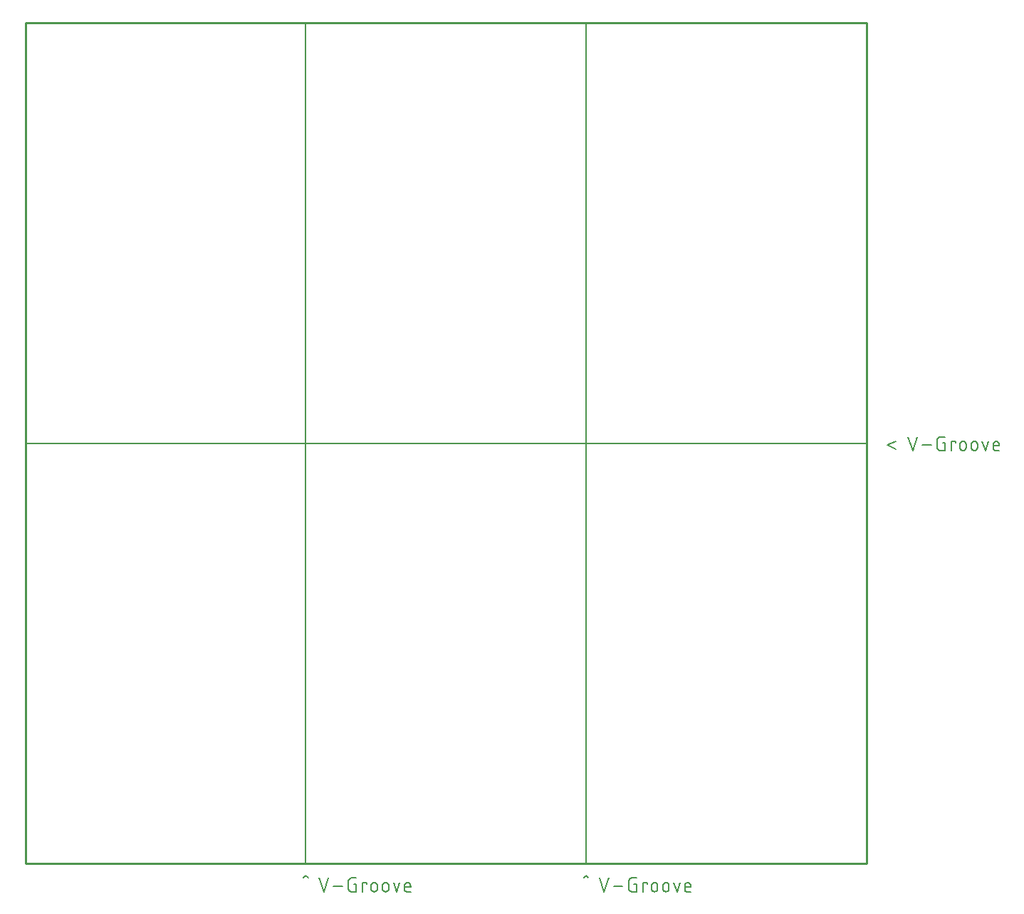
<source format=gbr>
G04 EAGLE Gerber RS-274X export*
G75*
%MOMM*%
%FSLAX34Y34*%
%LPD*%
%AMOC8*
5,1,8,0,0,1.08239X$1,22.5*%
G01*
%ADD10C,0.152400*%
%ADD11C,0.254000*%


D10*
X330632Y-16363D02*
X333341Y-13654D01*
X336050Y-16363D01*
X349285Y-16815D02*
X354704Y-33071D01*
X360122Y-16815D01*
X365958Y-26749D02*
X376796Y-26749D01*
X390378Y-24040D02*
X393087Y-24040D01*
X393087Y-33071D01*
X387668Y-33071D01*
X387668Y-33070D02*
X387550Y-33068D01*
X387432Y-33062D01*
X387314Y-33053D01*
X387197Y-33039D01*
X387080Y-33022D01*
X386963Y-33001D01*
X386848Y-32976D01*
X386733Y-32947D01*
X386619Y-32914D01*
X386507Y-32878D01*
X386396Y-32838D01*
X386286Y-32795D01*
X386177Y-32748D01*
X386070Y-32698D01*
X385965Y-32643D01*
X385862Y-32586D01*
X385761Y-32525D01*
X385661Y-32461D01*
X385564Y-32394D01*
X385469Y-32324D01*
X385377Y-32250D01*
X385286Y-32174D01*
X385199Y-32094D01*
X385114Y-32012D01*
X385032Y-31927D01*
X384952Y-31840D01*
X384876Y-31749D01*
X384802Y-31657D01*
X384732Y-31562D01*
X384665Y-31465D01*
X384601Y-31365D01*
X384540Y-31264D01*
X384483Y-31161D01*
X384428Y-31056D01*
X384378Y-30949D01*
X384331Y-30840D01*
X384288Y-30730D01*
X384248Y-30619D01*
X384212Y-30507D01*
X384179Y-30393D01*
X384150Y-30278D01*
X384125Y-30163D01*
X384104Y-30046D01*
X384087Y-29929D01*
X384073Y-29812D01*
X384064Y-29694D01*
X384058Y-29576D01*
X384056Y-29458D01*
X384056Y-20427D01*
X384055Y-20427D02*
X384057Y-20309D01*
X384063Y-20191D01*
X384072Y-20073D01*
X384086Y-19955D01*
X384103Y-19838D01*
X384124Y-19722D01*
X384149Y-19607D01*
X384178Y-19492D01*
X384211Y-19378D01*
X384247Y-19266D01*
X384287Y-19154D01*
X384330Y-19044D01*
X384377Y-18936D01*
X384428Y-18829D01*
X384482Y-18724D01*
X384539Y-18621D01*
X384600Y-18519D01*
X384664Y-18420D01*
X384731Y-18323D01*
X384802Y-18228D01*
X384875Y-18135D01*
X384952Y-18045D01*
X385031Y-17957D01*
X385113Y-17872D01*
X385198Y-17790D01*
X385286Y-17711D01*
X385376Y-17634D01*
X385469Y-17561D01*
X385563Y-17490D01*
X385661Y-17423D01*
X385760Y-17359D01*
X385861Y-17298D01*
X385965Y-17241D01*
X386070Y-17187D01*
X386177Y-17136D01*
X386285Y-17089D01*
X386395Y-17046D01*
X386507Y-17006D01*
X386619Y-16970D01*
X386733Y-16937D01*
X386848Y-16908D01*
X386963Y-16883D01*
X387079Y-16862D01*
X387196Y-16845D01*
X387314Y-16831D01*
X387432Y-16822D01*
X387550Y-16816D01*
X387668Y-16814D01*
X387668Y-16815D02*
X393087Y-16815D01*
X400675Y-22234D02*
X400675Y-33071D01*
X400675Y-22234D02*
X406094Y-22234D01*
X406094Y-24040D01*
X411011Y-25846D02*
X411011Y-29458D01*
X411012Y-25846D02*
X411014Y-25727D01*
X411020Y-25607D01*
X411030Y-25488D01*
X411044Y-25370D01*
X411061Y-25251D01*
X411083Y-25134D01*
X411108Y-25017D01*
X411138Y-24902D01*
X411171Y-24787D01*
X411208Y-24673D01*
X411248Y-24561D01*
X411293Y-24450D01*
X411341Y-24341D01*
X411392Y-24233D01*
X411447Y-24127D01*
X411506Y-24023D01*
X411568Y-23921D01*
X411633Y-23821D01*
X411702Y-23723D01*
X411774Y-23627D01*
X411849Y-23534D01*
X411926Y-23444D01*
X412007Y-23356D01*
X412091Y-23271D01*
X412178Y-23189D01*
X412267Y-23109D01*
X412359Y-23033D01*
X412453Y-22959D01*
X412550Y-22889D01*
X412648Y-22822D01*
X412749Y-22758D01*
X412853Y-22698D01*
X412958Y-22641D01*
X413065Y-22588D01*
X413173Y-22538D01*
X413283Y-22492D01*
X413395Y-22450D01*
X413508Y-22411D01*
X413622Y-22376D01*
X413737Y-22345D01*
X413854Y-22317D01*
X413971Y-22294D01*
X414088Y-22274D01*
X414207Y-22258D01*
X414326Y-22246D01*
X414445Y-22238D01*
X414564Y-22234D01*
X414684Y-22234D01*
X414803Y-22238D01*
X414922Y-22246D01*
X415041Y-22258D01*
X415160Y-22274D01*
X415277Y-22294D01*
X415394Y-22317D01*
X415511Y-22345D01*
X415626Y-22376D01*
X415740Y-22411D01*
X415853Y-22450D01*
X415965Y-22492D01*
X416075Y-22538D01*
X416183Y-22588D01*
X416290Y-22641D01*
X416395Y-22698D01*
X416499Y-22758D01*
X416600Y-22822D01*
X416698Y-22889D01*
X416795Y-22959D01*
X416889Y-23033D01*
X416981Y-23109D01*
X417070Y-23189D01*
X417157Y-23271D01*
X417241Y-23356D01*
X417322Y-23444D01*
X417399Y-23534D01*
X417474Y-23627D01*
X417546Y-23723D01*
X417615Y-23821D01*
X417680Y-23921D01*
X417742Y-24023D01*
X417801Y-24127D01*
X417856Y-24233D01*
X417907Y-24341D01*
X417955Y-24450D01*
X418000Y-24561D01*
X418040Y-24673D01*
X418077Y-24787D01*
X418110Y-24902D01*
X418140Y-25017D01*
X418165Y-25134D01*
X418187Y-25251D01*
X418204Y-25370D01*
X418218Y-25488D01*
X418228Y-25607D01*
X418234Y-25727D01*
X418236Y-25846D01*
X418236Y-29458D01*
X418234Y-29577D01*
X418228Y-29697D01*
X418218Y-29816D01*
X418204Y-29934D01*
X418187Y-30053D01*
X418165Y-30170D01*
X418140Y-30287D01*
X418110Y-30402D01*
X418077Y-30517D01*
X418040Y-30631D01*
X418000Y-30743D01*
X417955Y-30854D01*
X417907Y-30963D01*
X417856Y-31071D01*
X417801Y-31177D01*
X417742Y-31281D01*
X417680Y-31383D01*
X417615Y-31483D01*
X417546Y-31581D01*
X417474Y-31677D01*
X417399Y-31770D01*
X417322Y-31860D01*
X417241Y-31948D01*
X417157Y-32033D01*
X417070Y-32115D01*
X416981Y-32195D01*
X416889Y-32271D01*
X416795Y-32345D01*
X416698Y-32415D01*
X416600Y-32482D01*
X416499Y-32546D01*
X416395Y-32606D01*
X416290Y-32663D01*
X416183Y-32716D01*
X416075Y-32766D01*
X415965Y-32812D01*
X415853Y-32854D01*
X415740Y-32893D01*
X415626Y-32928D01*
X415511Y-32959D01*
X415394Y-32987D01*
X415277Y-33010D01*
X415160Y-33030D01*
X415041Y-33046D01*
X414922Y-33058D01*
X414803Y-33066D01*
X414684Y-33070D01*
X414564Y-33070D01*
X414445Y-33066D01*
X414326Y-33058D01*
X414207Y-33046D01*
X414088Y-33030D01*
X413971Y-33010D01*
X413854Y-32987D01*
X413737Y-32959D01*
X413622Y-32928D01*
X413508Y-32893D01*
X413395Y-32854D01*
X413283Y-32812D01*
X413173Y-32766D01*
X413065Y-32716D01*
X412958Y-32663D01*
X412853Y-32606D01*
X412749Y-32546D01*
X412648Y-32482D01*
X412550Y-32415D01*
X412453Y-32345D01*
X412359Y-32271D01*
X412267Y-32195D01*
X412178Y-32115D01*
X412091Y-32033D01*
X412007Y-31948D01*
X411926Y-31860D01*
X411849Y-31770D01*
X411774Y-31677D01*
X411702Y-31581D01*
X411633Y-31483D01*
X411568Y-31383D01*
X411506Y-31281D01*
X411447Y-31177D01*
X411392Y-31071D01*
X411341Y-30963D01*
X411293Y-30854D01*
X411248Y-30743D01*
X411208Y-30631D01*
X411171Y-30517D01*
X411138Y-30402D01*
X411108Y-30287D01*
X411083Y-30170D01*
X411061Y-30053D01*
X411044Y-29934D01*
X411030Y-29816D01*
X411020Y-29697D01*
X411014Y-29577D01*
X411012Y-29458D01*
X424558Y-29458D02*
X424558Y-25846D01*
X424559Y-25846D02*
X424561Y-25727D01*
X424567Y-25607D01*
X424577Y-25488D01*
X424591Y-25370D01*
X424608Y-25251D01*
X424630Y-25134D01*
X424655Y-25017D01*
X424685Y-24902D01*
X424718Y-24787D01*
X424755Y-24673D01*
X424795Y-24561D01*
X424840Y-24450D01*
X424888Y-24341D01*
X424939Y-24233D01*
X424994Y-24127D01*
X425053Y-24023D01*
X425115Y-23921D01*
X425180Y-23821D01*
X425249Y-23723D01*
X425321Y-23627D01*
X425396Y-23534D01*
X425473Y-23444D01*
X425554Y-23356D01*
X425638Y-23271D01*
X425725Y-23189D01*
X425814Y-23109D01*
X425906Y-23033D01*
X426000Y-22959D01*
X426097Y-22889D01*
X426195Y-22822D01*
X426296Y-22758D01*
X426400Y-22698D01*
X426505Y-22641D01*
X426612Y-22588D01*
X426720Y-22538D01*
X426830Y-22492D01*
X426942Y-22450D01*
X427055Y-22411D01*
X427169Y-22376D01*
X427284Y-22345D01*
X427401Y-22317D01*
X427518Y-22294D01*
X427635Y-22274D01*
X427754Y-22258D01*
X427873Y-22246D01*
X427992Y-22238D01*
X428111Y-22234D01*
X428231Y-22234D01*
X428350Y-22238D01*
X428469Y-22246D01*
X428588Y-22258D01*
X428707Y-22274D01*
X428824Y-22294D01*
X428941Y-22317D01*
X429058Y-22345D01*
X429173Y-22376D01*
X429287Y-22411D01*
X429400Y-22450D01*
X429512Y-22492D01*
X429622Y-22538D01*
X429730Y-22588D01*
X429837Y-22641D01*
X429942Y-22698D01*
X430046Y-22758D01*
X430147Y-22822D01*
X430245Y-22889D01*
X430342Y-22959D01*
X430436Y-23033D01*
X430528Y-23109D01*
X430617Y-23189D01*
X430704Y-23271D01*
X430788Y-23356D01*
X430869Y-23444D01*
X430946Y-23534D01*
X431021Y-23627D01*
X431093Y-23723D01*
X431162Y-23821D01*
X431227Y-23921D01*
X431289Y-24023D01*
X431348Y-24127D01*
X431403Y-24233D01*
X431454Y-24341D01*
X431502Y-24450D01*
X431547Y-24561D01*
X431587Y-24673D01*
X431624Y-24787D01*
X431657Y-24902D01*
X431687Y-25017D01*
X431712Y-25134D01*
X431734Y-25251D01*
X431751Y-25370D01*
X431765Y-25488D01*
X431775Y-25607D01*
X431781Y-25727D01*
X431783Y-25846D01*
X431783Y-29458D01*
X431781Y-29577D01*
X431775Y-29697D01*
X431765Y-29816D01*
X431751Y-29934D01*
X431734Y-30053D01*
X431712Y-30170D01*
X431687Y-30287D01*
X431657Y-30402D01*
X431624Y-30517D01*
X431587Y-30631D01*
X431547Y-30743D01*
X431502Y-30854D01*
X431454Y-30963D01*
X431403Y-31071D01*
X431348Y-31177D01*
X431289Y-31281D01*
X431227Y-31383D01*
X431162Y-31483D01*
X431093Y-31581D01*
X431021Y-31677D01*
X430946Y-31770D01*
X430869Y-31860D01*
X430788Y-31948D01*
X430704Y-32033D01*
X430617Y-32115D01*
X430528Y-32195D01*
X430436Y-32271D01*
X430342Y-32345D01*
X430245Y-32415D01*
X430147Y-32482D01*
X430046Y-32546D01*
X429942Y-32606D01*
X429837Y-32663D01*
X429730Y-32716D01*
X429622Y-32766D01*
X429512Y-32812D01*
X429400Y-32854D01*
X429287Y-32893D01*
X429173Y-32928D01*
X429058Y-32959D01*
X428941Y-32987D01*
X428824Y-33010D01*
X428707Y-33030D01*
X428588Y-33046D01*
X428469Y-33058D01*
X428350Y-33066D01*
X428231Y-33070D01*
X428111Y-33070D01*
X427992Y-33066D01*
X427873Y-33058D01*
X427754Y-33046D01*
X427635Y-33030D01*
X427518Y-33010D01*
X427401Y-32987D01*
X427284Y-32959D01*
X427169Y-32928D01*
X427055Y-32893D01*
X426942Y-32854D01*
X426830Y-32812D01*
X426720Y-32766D01*
X426612Y-32716D01*
X426505Y-32663D01*
X426400Y-32606D01*
X426296Y-32546D01*
X426195Y-32482D01*
X426097Y-32415D01*
X426000Y-32345D01*
X425906Y-32271D01*
X425814Y-32195D01*
X425725Y-32115D01*
X425638Y-32033D01*
X425554Y-31948D01*
X425473Y-31860D01*
X425396Y-31770D01*
X425321Y-31677D01*
X425249Y-31581D01*
X425180Y-31483D01*
X425115Y-31383D01*
X425053Y-31281D01*
X424994Y-31177D01*
X424939Y-31071D01*
X424888Y-30963D01*
X424840Y-30854D01*
X424795Y-30743D01*
X424755Y-30631D01*
X424718Y-30517D01*
X424685Y-30402D01*
X424655Y-30287D01*
X424630Y-30170D01*
X424608Y-30053D01*
X424591Y-29934D01*
X424577Y-29816D01*
X424567Y-29697D01*
X424561Y-29577D01*
X424559Y-29458D01*
X437584Y-22234D02*
X441197Y-33071D01*
X444809Y-22234D01*
X453319Y-33071D02*
X457835Y-33071D01*
X453319Y-33071D02*
X453218Y-33069D01*
X453117Y-33063D01*
X453016Y-33054D01*
X452915Y-33041D01*
X452815Y-33024D01*
X452716Y-33003D01*
X452618Y-32979D01*
X452521Y-32951D01*
X452424Y-32919D01*
X452329Y-32884D01*
X452236Y-32845D01*
X452144Y-32803D01*
X452053Y-32757D01*
X451965Y-32708D01*
X451878Y-32656D01*
X451793Y-32600D01*
X451710Y-32542D01*
X451630Y-32480D01*
X451552Y-32415D01*
X451476Y-32348D01*
X451403Y-32278D01*
X451333Y-32205D01*
X451266Y-32129D01*
X451201Y-32051D01*
X451139Y-31971D01*
X451081Y-31888D01*
X451025Y-31803D01*
X450973Y-31717D01*
X450924Y-31628D01*
X450878Y-31537D01*
X450836Y-31445D01*
X450797Y-31352D01*
X450762Y-31257D01*
X450730Y-31160D01*
X450702Y-31063D01*
X450678Y-30965D01*
X450657Y-30866D01*
X450640Y-30766D01*
X450627Y-30665D01*
X450618Y-30564D01*
X450612Y-30463D01*
X450610Y-30362D01*
X450610Y-25846D01*
X450611Y-25846D02*
X450613Y-25727D01*
X450619Y-25607D01*
X450629Y-25488D01*
X450643Y-25370D01*
X450660Y-25251D01*
X450682Y-25134D01*
X450707Y-25017D01*
X450737Y-24902D01*
X450770Y-24787D01*
X450807Y-24673D01*
X450847Y-24561D01*
X450892Y-24450D01*
X450940Y-24341D01*
X450991Y-24233D01*
X451046Y-24127D01*
X451105Y-24023D01*
X451167Y-23921D01*
X451232Y-23821D01*
X451301Y-23723D01*
X451373Y-23627D01*
X451448Y-23534D01*
X451525Y-23444D01*
X451606Y-23356D01*
X451690Y-23271D01*
X451777Y-23189D01*
X451866Y-23109D01*
X451958Y-23033D01*
X452052Y-22959D01*
X452149Y-22889D01*
X452247Y-22822D01*
X452348Y-22758D01*
X452452Y-22698D01*
X452557Y-22641D01*
X452664Y-22588D01*
X452772Y-22538D01*
X452882Y-22492D01*
X452994Y-22450D01*
X453107Y-22411D01*
X453221Y-22376D01*
X453336Y-22345D01*
X453453Y-22317D01*
X453570Y-22294D01*
X453687Y-22274D01*
X453806Y-22258D01*
X453925Y-22246D01*
X454044Y-22238D01*
X454163Y-22234D01*
X454283Y-22234D01*
X454402Y-22238D01*
X454521Y-22246D01*
X454640Y-22258D01*
X454759Y-22274D01*
X454876Y-22294D01*
X454993Y-22317D01*
X455110Y-22345D01*
X455225Y-22376D01*
X455339Y-22411D01*
X455452Y-22450D01*
X455564Y-22492D01*
X455674Y-22538D01*
X455782Y-22588D01*
X455889Y-22641D01*
X455994Y-22698D01*
X456098Y-22758D01*
X456199Y-22822D01*
X456297Y-22889D01*
X456394Y-22959D01*
X456488Y-23033D01*
X456580Y-23109D01*
X456669Y-23189D01*
X456756Y-23271D01*
X456840Y-23356D01*
X456921Y-23444D01*
X456998Y-23534D01*
X457073Y-23627D01*
X457145Y-23723D01*
X457214Y-23821D01*
X457279Y-23921D01*
X457341Y-24023D01*
X457400Y-24127D01*
X457455Y-24233D01*
X457506Y-24341D01*
X457554Y-24450D01*
X457599Y-24561D01*
X457639Y-24673D01*
X457676Y-24787D01*
X457709Y-24902D01*
X457739Y-25017D01*
X457764Y-25134D01*
X457786Y-25251D01*
X457803Y-25370D01*
X457817Y-25488D01*
X457827Y-25607D01*
X457833Y-25727D01*
X457835Y-25846D01*
X457835Y-27652D01*
X450610Y-27652D01*
X333300Y0D02*
X666600Y0D01*
X1000000Y0D01*
X1000000Y500000D01*
X1000000Y1000000D01*
X0Y1000000D01*
X0Y500000D01*
X0Y0D01*
X333300Y0D01*
X333300Y999900D01*
X666600Y999900D02*
X666600Y0D01*
X1000000Y500000D02*
X0Y500000D01*
X333341Y-13654D02*
X330632Y-16363D01*
X333341Y-13654D02*
X336050Y-16363D01*
X349285Y-16815D02*
X354704Y-33071D01*
X360122Y-16815D01*
X365958Y-26749D02*
X376796Y-26749D01*
X390378Y-24040D02*
X393087Y-24040D01*
X393087Y-33071D01*
X387668Y-33071D01*
X387668Y-33070D02*
X387550Y-33068D01*
X387432Y-33062D01*
X387314Y-33053D01*
X387197Y-33039D01*
X387080Y-33022D01*
X386963Y-33001D01*
X386848Y-32976D01*
X386733Y-32947D01*
X386619Y-32914D01*
X386507Y-32878D01*
X386396Y-32838D01*
X386286Y-32795D01*
X386177Y-32748D01*
X386070Y-32698D01*
X385965Y-32643D01*
X385862Y-32586D01*
X385761Y-32525D01*
X385661Y-32461D01*
X385564Y-32394D01*
X385469Y-32324D01*
X385377Y-32250D01*
X385286Y-32174D01*
X385199Y-32094D01*
X385114Y-32012D01*
X385032Y-31927D01*
X384952Y-31840D01*
X384876Y-31749D01*
X384802Y-31657D01*
X384732Y-31562D01*
X384665Y-31465D01*
X384601Y-31365D01*
X384540Y-31264D01*
X384483Y-31161D01*
X384428Y-31056D01*
X384378Y-30949D01*
X384331Y-30840D01*
X384288Y-30730D01*
X384248Y-30619D01*
X384212Y-30507D01*
X384179Y-30393D01*
X384150Y-30278D01*
X384125Y-30163D01*
X384104Y-30046D01*
X384087Y-29929D01*
X384073Y-29812D01*
X384064Y-29694D01*
X384058Y-29576D01*
X384056Y-29458D01*
X384056Y-20427D01*
X384055Y-20427D02*
X384057Y-20309D01*
X384063Y-20191D01*
X384072Y-20073D01*
X384086Y-19955D01*
X384103Y-19838D01*
X384124Y-19722D01*
X384149Y-19607D01*
X384178Y-19492D01*
X384211Y-19378D01*
X384247Y-19266D01*
X384287Y-19154D01*
X384330Y-19044D01*
X384377Y-18936D01*
X384428Y-18829D01*
X384482Y-18724D01*
X384539Y-18621D01*
X384600Y-18519D01*
X384664Y-18420D01*
X384731Y-18323D01*
X384802Y-18228D01*
X384875Y-18135D01*
X384952Y-18045D01*
X385031Y-17957D01*
X385113Y-17872D01*
X385198Y-17790D01*
X385286Y-17711D01*
X385376Y-17634D01*
X385469Y-17561D01*
X385563Y-17490D01*
X385661Y-17423D01*
X385760Y-17359D01*
X385861Y-17298D01*
X385965Y-17241D01*
X386070Y-17187D01*
X386177Y-17136D01*
X386285Y-17089D01*
X386395Y-17046D01*
X386507Y-17006D01*
X386619Y-16970D01*
X386733Y-16937D01*
X386848Y-16908D01*
X386963Y-16883D01*
X387079Y-16862D01*
X387196Y-16845D01*
X387314Y-16831D01*
X387432Y-16822D01*
X387550Y-16816D01*
X387668Y-16814D01*
X387668Y-16815D02*
X393087Y-16815D01*
X400675Y-22234D02*
X400675Y-33071D01*
X400675Y-22234D02*
X406094Y-22234D01*
X406094Y-24040D01*
X411011Y-25846D02*
X411011Y-29458D01*
X411012Y-25846D02*
X411014Y-25727D01*
X411020Y-25607D01*
X411030Y-25488D01*
X411044Y-25370D01*
X411061Y-25251D01*
X411083Y-25134D01*
X411108Y-25017D01*
X411138Y-24902D01*
X411171Y-24787D01*
X411208Y-24673D01*
X411248Y-24561D01*
X411293Y-24450D01*
X411341Y-24341D01*
X411392Y-24233D01*
X411447Y-24127D01*
X411506Y-24023D01*
X411568Y-23921D01*
X411633Y-23821D01*
X411702Y-23723D01*
X411774Y-23627D01*
X411849Y-23534D01*
X411926Y-23444D01*
X412007Y-23356D01*
X412091Y-23271D01*
X412178Y-23189D01*
X412267Y-23109D01*
X412359Y-23033D01*
X412453Y-22959D01*
X412550Y-22889D01*
X412648Y-22822D01*
X412749Y-22758D01*
X412853Y-22698D01*
X412958Y-22641D01*
X413065Y-22588D01*
X413173Y-22538D01*
X413283Y-22492D01*
X413395Y-22450D01*
X413508Y-22411D01*
X413622Y-22376D01*
X413737Y-22345D01*
X413854Y-22317D01*
X413971Y-22294D01*
X414088Y-22274D01*
X414207Y-22258D01*
X414326Y-22246D01*
X414445Y-22238D01*
X414564Y-22234D01*
X414684Y-22234D01*
X414803Y-22238D01*
X414922Y-22246D01*
X415041Y-22258D01*
X415160Y-22274D01*
X415277Y-22294D01*
X415394Y-22317D01*
X415511Y-22345D01*
X415626Y-22376D01*
X415740Y-22411D01*
X415853Y-22450D01*
X415965Y-22492D01*
X416075Y-22538D01*
X416183Y-22588D01*
X416290Y-22641D01*
X416395Y-22698D01*
X416499Y-22758D01*
X416600Y-22822D01*
X416698Y-22889D01*
X416795Y-22959D01*
X416889Y-23033D01*
X416981Y-23109D01*
X417070Y-23189D01*
X417157Y-23271D01*
X417241Y-23356D01*
X417322Y-23444D01*
X417399Y-23534D01*
X417474Y-23627D01*
X417546Y-23723D01*
X417615Y-23821D01*
X417680Y-23921D01*
X417742Y-24023D01*
X417801Y-24127D01*
X417856Y-24233D01*
X417907Y-24341D01*
X417955Y-24450D01*
X418000Y-24561D01*
X418040Y-24673D01*
X418077Y-24787D01*
X418110Y-24902D01*
X418140Y-25017D01*
X418165Y-25134D01*
X418187Y-25251D01*
X418204Y-25370D01*
X418218Y-25488D01*
X418228Y-25607D01*
X418234Y-25727D01*
X418236Y-25846D01*
X418236Y-29458D01*
X418234Y-29577D01*
X418228Y-29697D01*
X418218Y-29816D01*
X418204Y-29934D01*
X418187Y-30053D01*
X418165Y-30170D01*
X418140Y-30287D01*
X418110Y-30402D01*
X418077Y-30517D01*
X418040Y-30631D01*
X418000Y-30743D01*
X417955Y-30854D01*
X417907Y-30963D01*
X417856Y-31071D01*
X417801Y-31177D01*
X417742Y-31281D01*
X417680Y-31383D01*
X417615Y-31483D01*
X417546Y-31581D01*
X417474Y-31677D01*
X417399Y-31770D01*
X417322Y-31860D01*
X417241Y-31948D01*
X417157Y-32033D01*
X417070Y-32115D01*
X416981Y-32195D01*
X416889Y-32271D01*
X416795Y-32345D01*
X416698Y-32415D01*
X416600Y-32482D01*
X416499Y-32546D01*
X416395Y-32606D01*
X416290Y-32663D01*
X416183Y-32716D01*
X416075Y-32766D01*
X415965Y-32812D01*
X415853Y-32854D01*
X415740Y-32893D01*
X415626Y-32928D01*
X415511Y-32959D01*
X415394Y-32987D01*
X415277Y-33010D01*
X415160Y-33030D01*
X415041Y-33046D01*
X414922Y-33058D01*
X414803Y-33066D01*
X414684Y-33070D01*
X414564Y-33070D01*
X414445Y-33066D01*
X414326Y-33058D01*
X414207Y-33046D01*
X414088Y-33030D01*
X413971Y-33010D01*
X413854Y-32987D01*
X413737Y-32959D01*
X413622Y-32928D01*
X413508Y-32893D01*
X413395Y-32854D01*
X413283Y-32812D01*
X413173Y-32766D01*
X413065Y-32716D01*
X412958Y-32663D01*
X412853Y-32606D01*
X412749Y-32546D01*
X412648Y-32482D01*
X412550Y-32415D01*
X412453Y-32345D01*
X412359Y-32271D01*
X412267Y-32195D01*
X412178Y-32115D01*
X412091Y-32033D01*
X412007Y-31948D01*
X411926Y-31860D01*
X411849Y-31770D01*
X411774Y-31677D01*
X411702Y-31581D01*
X411633Y-31483D01*
X411568Y-31383D01*
X411506Y-31281D01*
X411447Y-31177D01*
X411392Y-31071D01*
X411341Y-30963D01*
X411293Y-30854D01*
X411248Y-30743D01*
X411208Y-30631D01*
X411171Y-30517D01*
X411138Y-30402D01*
X411108Y-30287D01*
X411083Y-30170D01*
X411061Y-30053D01*
X411044Y-29934D01*
X411030Y-29816D01*
X411020Y-29697D01*
X411014Y-29577D01*
X411012Y-29458D01*
X424558Y-29458D02*
X424558Y-25846D01*
X424559Y-25846D02*
X424561Y-25727D01*
X424567Y-25607D01*
X424577Y-25488D01*
X424591Y-25370D01*
X424608Y-25251D01*
X424630Y-25134D01*
X424655Y-25017D01*
X424685Y-24902D01*
X424718Y-24787D01*
X424755Y-24673D01*
X424795Y-24561D01*
X424840Y-24450D01*
X424888Y-24341D01*
X424939Y-24233D01*
X424994Y-24127D01*
X425053Y-24023D01*
X425115Y-23921D01*
X425180Y-23821D01*
X425249Y-23723D01*
X425321Y-23627D01*
X425396Y-23534D01*
X425473Y-23444D01*
X425554Y-23356D01*
X425638Y-23271D01*
X425725Y-23189D01*
X425814Y-23109D01*
X425906Y-23033D01*
X426000Y-22959D01*
X426097Y-22889D01*
X426195Y-22822D01*
X426296Y-22758D01*
X426400Y-22698D01*
X426505Y-22641D01*
X426612Y-22588D01*
X426720Y-22538D01*
X426830Y-22492D01*
X426942Y-22450D01*
X427055Y-22411D01*
X427169Y-22376D01*
X427284Y-22345D01*
X427401Y-22317D01*
X427518Y-22294D01*
X427635Y-22274D01*
X427754Y-22258D01*
X427873Y-22246D01*
X427992Y-22238D01*
X428111Y-22234D01*
X428231Y-22234D01*
X428350Y-22238D01*
X428469Y-22246D01*
X428588Y-22258D01*
X428707Y-22274D01*
X428824Y-22294D01*
X428941Y-22317D01*
X429058Y-22345D01*
X429173Y-22376D01*
X429287Y-22411D01*
X429400Y-22450D01*
X429512Y-22492D01*
X429622Y-22538D01*
X429730Y-22588D01*
X429837Y-22641D01*
X429942Y-22698D01*
X430046Y-22758D01*
X430147Y-22822D01*
X430245Y-22889D01*
X430342Y-22959D01*
X430436Y-23033D01*
X430528Y-23109D01*
X430617Y-23189D01*
X430704Y-23271D01*
X430788Y-23356D01*
X430869Y-23444D01*
X430946Y-23534D01*
X431021Y-23627D01*
X431093Y-23723D01*
X431162Y-23821D01*
X431227Y-23921D01*
X431289Y-24023D01*
X431348Y-24127D01*
X431403Y-24233D01*
X431454Y-24341D01*
X431502Y-24450D01*
X431547Y-24561D01*
X431587Y-24673D01*
X431624Y-24787D01*
X431657Y-24902D01*
X431687Y-25017D01*
X431712Y-25134D01*
X431734Y-25251D01*
X431751Y-25370D01*
X431765Y-25488D01*
X431775Y-25607D01*
X431781Y-25727D01*
X431783Y-25846D01*
X431783Y-29458D01*
X431781Y-29577D01*
X431775Y-29697D01*
X431765Y-29816D01*
X431751Y-29934D01*
X431734Y-30053D01*
X431712Y-30170D01*
X431687Y-30287D01*
X431657Y-30402D01*
X431624Y-30517D01*
X431587Y-30631D01*
X431547Y-30743D01*
X431502Y-30854D01*
X431454Y-30963D01*
X431403Y-31071D01*
X431348Y-31177D01*
X431289Y-31281D01*
X431227Y-31383D01*
X431162Y-31483D01*
X431093Y-31581D01*
X431021Y-31677D01*
X430946Y-31770D01*
X430869Y-31860D01*
X430788Y-31948D01*
X430704Y-32033D01*
X430617Y-32115D01*
X430528Y-32195D01*
X430436Y-32271D01*
X430342Y-32345D01*
X430245Y-32415D01*
X430147Y-32482D01*
X430046Y-32546D01*
X429942Y-32606D01*
X429837Y-32663D01*
X429730Y-32716D01*
X429622Y-32766D01*
X429512Y-32812D01*
X429400Y-32854D01*
X429287Y-32893D01*
X429173Y-32928D01*
X429058Y-32959D01*
X428941Y-32987D01*
X428824Y-33010D01*
X428707Y-33030D01*
X428588Y-33046D01*
X428469Y-33058D01*
X428350Y-33066D01*
X428231Y-33070D01*
X428111Y-33070D01*
X427992Y-33066D01*
X427873Y-33058D01*
X427754Y-33046D01*
X427635Y-33030D01*
X427518Y-33010D01*
X427401Y-32987D01*
X427284Y-32959D01*
X427169Y-32928D01*
X427055Y-32893D01*
X426942Y-32854D01*
X426830Y-32812D01*
X426720Y-32766D01*
X426612Y-32716D01*
X426505Y-32663D01*
X426400Y-32606D01*
X426296Y-32546D01*
X426195Y-32482D01*
X426097Y-32415D01*
X426000Y-32345D01*
X425906Y-32271D01*
X425814Y-32195D01*
X425725Y-32115D01*
X425638Y-32033D01*
X425554Y-31948D01*
X425473Y-31860D01*
X425396Y-31770D01*
X425321Y-31677D01*
X425249Y-31581D01*
X425180Y-31483D01*
X425115Y-31383D01*
X425053Y-31281D01*
X424994Y-31177D01*
X424939Y-31071D01*
X424888Y-30963D01*
X424840Y-30854D01*
X424795Y-30743D01*
X424755Y-30631D01*
X424718Y-30517D01*
X424685Y-30402D01*
X424655Y-30287D01*
X424630Y-30170D01*
X424608Y-30053D01*
X424591Y-29934D01*
X424577Y-29816D01*
X424567Y-29697D01*
X424561Y-29577D01*
X424559Y-29458D01*
X437584Y-22234D02*
X441197Y-33071D01*
X444809Y-22234D01*
X453319Y-33071D02*
X457835Y-33071D01*
X453319Y-33071D02*
X453218Y-33069D01*
X453117Y-33063D01*
X453016Y-33054D01*
X452915Y-33041D01*
X452815Y-33024D01*
X452716Y-33003D01*
X452618Y-32979D01*
X452521Y-32951D01*
X452424Y-32919D01*
X452329Y-32884D01*
X452236Y-32845D01*
X452144Y-32803D01*
X452053Y-32757D01*
X451965Y-32708D01*
X451878Y-32656D01*
X451793Y-32600D01*
X451710Y-32542D01*
X451630Y-32480D01*
X451552Y-32415D01*
X451476Y-32348D01*
X451403Y-32278D01*
X451333Y-32205D01*
X451266Y-32129D01*
X451201Y-32051D01*
X451139Y-31971D01*
X451081Y-31888D01*
X451025Y-31803D01*
X450973Y-31717D01*
X450924Y-31628D01*
X450878Y-31537D01*
X450836Y-31445D01*
X450797Y-31352D01*
X450762Y-31257D01*
X450730Y-31160D01*
X450702Y-31063D01*
X450678Y-30965D01*
X450657Y-30866D01*
X450640Y-30766D01*
X450627Y-30665D01*
X450618Y-30564D01*
X450612Y-30463D01*
X450610Y-30362D01*
X450610Y-25846D01*
X450611Y-25846D02*
X450613Y-25727D01*
X450619Y-25607D01*
X450629Y-25488D01*
X450643Y-25370D01*
X450660Y-25251D01*
X450682Y-25134D01*
X450707Y-25017D01*
X450737Y-24902D01*
X450770Y-24787D01*
X450807Y-24673D01*
X450847Y-24561D01*
X450892Y-24450D01*
X450940Y-24341D01*
X450991Y-24233D01*
X451046Y-24127D01*
X451105Y-24023D01*
X451167Y-23921D01*
X451232Y-23821D01*
X451301Y-23723D01*
X451373Y-23627D01*
X451448Y-23534D01*
X451525Y-23444D01*
X451606Y-23356D01*
X451690Y-23271D01*
X451777Y-23189D01*
X451866Y-23109D01*
X451958Y-23033D01*
X452052Y-22959D01*
X452149Y-22889D01*
X452247Y-22822D01*
X452348Y-22758D01*
X452452Y-22698D01*
X452557Y-22641D01*
X452664Y-22588D01*
X452772Y-22538D01*
X452882Y-22492D01*
X452994Y-22450D01*
X453107Y-22411D01*
X453221Y-22376D01*
X453336Y-22345D01*
X453453Y-22317D01*
X453570Y-22294D01*
X453687Y-22274D01*
X453806Y-22258D01*
X453925Y-22246D01*
X454044Y-22238D01*
X454163Y-22234D01*
X454283Y-22234D01*
X454402Y-22238D01*
X454521Y-22246D01*
X454640Y-22258D01*
X454759Y-22274D01*
X454876Y-22294D01*
X454993Y-22317D01*
X455110Y-22345D01*
X455225Y-22376D01*
X455339Y-22411D01*
X455452Y-22450D01*
X455564Y-22492D01*
X455674Y-22538D01*
X455782Y-22588D01*
X455889Y-22641D01*
X455994Y-22698D01*
X456098Y-22758D01*
X456199Y-22822D01*
X456297Y-22889D01*
X456394Y-22959D01*
X456488Y-23033D01*
X456580Y-23109D01*
X456669Y-23189D01*
X456756Y-23271D01*
X456840Y-23356D01*
X456921Y-23444D01*
X456998Y-23534D01*
X457073Y-23627D01*
X457145Y-23723D01*
X457214Y-23821D01*
X457279Y-23921D01*
X457341Y-24023D01*
X457400Y-24127D01*
X457455Y-24233D01*
X457506Y-24341D01*
X457554Y-24450D01*
X457599Y-24561D01*
X457639Y-24673D01*
X457676Y-24787D01*
X457709Y-24902D01*
X457739Y-25017D01*
X457764Y-25134D01*
X457786Y-25251D01*
X457803Y-25370D01*
X457817Y-25488D01*
X457827Y-25607D01*
X457833Y-25727D01*
X457835Y-25846D01*
X457835Y-27652D01*
X450610Y-27652D01*
X663932Y-16363D02*
X666641Y-13654D01*
X669350Y-16363D01*
X682585Y-16815D02*
X688004Y-33071D01*
X693422Y-16815D01*
X699258Y-26749D02*
X710096Y-26749D01*
X723678Y-24040D02*
X726387Y-24040D01*
X726387Y-33071D01*
X720968Y-33071D01*
X720968Y-33070D02*
X720850Y-33068D01*
X720732Y-33062D01*
X720614Y-33053D01*
X720497Y-33039D01*
X720380Y-33022D01*
X720263Y-33001D01*
X720148Y-32976D01*
X720033Y-32947D01*
X719919Y-32914D01*
X719807Y-32878D01*
X719696Y-32838D01*
X719586Y-32795D01*
X719477Y-32748D01*
X719370Y-32698D01*
X719265Y-32643D01*
X719162Y-32586D01*
X719061Y-32525D01*
X718961Y-32461D01*
X718864Y-32394D01*
X718769Y-32324D01*
X718677Y-32250D01*
X718586Y-32174D01*
X718499Y-32094D01*
X718414Y-32012D01*
X718332Y-31927D01*
X718252Y-31840D01*
X718176Y-31749D01*
X718102Y-31657D01*
X718032Y-31562D01*
X717965Y-31465D01*
X717901Y-31365D01*
X717840Y-31264D01*
X717783Y-31161D01*
X717728Y-31056D01*
X717678Y-30949D01*
X717631Y-30840D01*
X717588Y-30730D01*
X717548Y-30619D01*
X717512Y-30507D01*
X717479Y-30393D01*
X717450Y-30278D01*
X717425Y-30163D01*
X717404Y-30046D01*
X717387Y-29929D01*
X717373Y-29812D01*
X717364Y-29694D01*
X717358Y-29576D01*
X717356Y-29458D01*
X717356Y-20427D01*
X717355Y-20427D02*
X717357Y-20309D01*
X717363Y-20191D01*
X717372Y-20073D01*
X717386Y-19955D01*
X717403Y-19838D01*
X717424Y-19722D01*
X717449Y-19607D01*
X717478Y-19492D01*
X717511Y-19378D01*
X717547Y-19266D01*
X717587Y-19154D01*
X717630Y-19044D01*
X717677Y-18936D01*
X717728Y-18829D01*
X717782Y-18724D01*
X717839Y-18621D01*
X717900Y-18519D01*
X717964Y-18420D01*
X718031Y-18323D01*
X718102Y-18228D01*
X718175Y-18135D01*
X718252Y-18045D01*
X718331Y-17957D01*
X718413Y-17872D01*
X718498Y-17790D01*
X718586Y-17711D01*
X718676Y-17634D01*
X718769Y-17561D01*
X718863Y-17490D01*
X718961Y-17423D01*
X719060Y-17359D01*
X719161Y-17298D01*
X719265Y-17241D01*
X719370Y-17187D01*
X719477Y-17136D01*
X719585Y-17089D01*
X719695Y-17046D01*
X719807Y-17006D01*
X719919Y-16970D01*
X720033Y-16937D01*
X720148Y-16908D01*
X720263Y-16883D01*
X720379Y-16862D01*
X720496Y-16845D01*
X720614Y-16831D01*
X720732Y-16822D01*
X720850Y-16816D01*
X720968Y-16814D01*
X720968Y-16815D02*
X726387Y-16815D01*
X733975Y-22234D02*
X733975Y-33071D01*
X733975Y-22234D02*
X739394Y-22234D01*
X739394Y-24040D01*
X744311Y-25846D02*
X744311Y-29458D01*
X744312Y-25846D02*
X744314Y-25727D01*
X744320Y-25607D01*
X744330Y-25488D01*
X744344Y-25370D01*
X744361Y-25251D01*
X744383Y-25134D01*
X744408Y-25017D01*
X744438Y-24902D01*
X744471Y-24787D01*
X744508Y-24673D01*
X744548Y-24561D01*
X744593Y-24450D01*
X744641Y-24341D01*
X744692Y-24233D01*
X744747Y-24127D01*
X744806Y-24023D01*
X744868Y-23921D01*
X744933Y-23821D01*
X745002Y-23723D01*
X745074Y-23627D01*
X745149Y-23534D01*
X745226Y-23444D01*
X745307Y-23356D01*
X745391Y-23271D01*
X745478Y-23189D01*
X745567Y-23109D01*
X745659Y-23033D01*
X745753Y-22959D01*
X745850Y-22889D01*
X745948Y-22822D01*
X746049Y-22758D01*
X746153Y-22698D01*
X746258Y-22641D01*
X746365Y-22588D01*
X746473Y-22538D01*
X746583Y-22492D01*
X746695Y-22450D01*
X746808Y-22411D01*
X746922Y-22376D01*
X747037Y-22345D01*
X747154Y-22317D01*
X747271Y-22294D01*
X747388Y-22274D01*
X747507Y-22258D01*
X747626Y-22246D01*
X747745Y-22238D01*
X747864Y-22234D01*
X747984Y-22234D01*
X748103Y-22238D01*
X748222Y-22246D01*
X748341Y-22258D01*
X748460Y-22274D01*
X748577Y-22294D01*
X748694Y-22317D01*
X748811Y-22345D01*
X748926Y-22376D01*
X749040Y-22411D01*
X749153Y-22450D01*
X749265Y-22492D01*
X749375Y-22538D01*
X749483Y-22588D01*
X749590Y-22641D01*
X749695Y-22698D01*
X749799Y-22758D01*
X749900Y-22822D01*
X749998Y-22889D01*
X750095Y-22959D01*
X750189Y-23033D01*
X750281Y-23109D01*
X750370Y-23189D01*
X750457Y-23271D01*
X750541Y-23356D01*
X750622Y-23444D01*
X750699Y-23534D01*
X750774Y-23627D01*
X750846Y-23723D01*
X750915Y-23821D01*
X750980Y-23921D01*
X751042Y-24023D01*
X751101Y-24127D01*
X751156Y-24233D01*
X751207Y-24341D01*
X751255Y-24450D01*
X751300Y-24561D01*
X751340Y-24673D01*
X751377Y-24787D01*
X751410Y-24902D01*
X751440Y-25017D01*
X751465Y-25134D01*
X751487Y-25251D01*
X751504Y-25370D01*
X751518Y-25488D01*
X751528Y-25607D01*
X751534Y-25727D01*
X751536Y-25846D01*
X751536Y-29458D01*
X751534Y-29577D01*
X751528Y-29697D01*
X751518Y-29816D01*
X751504Y-29934D01*
X751487Y-30053D01*
X751465Y-30170D01*
X751440Y-30287D01*
X751410Y-30402D01*
X751377Y-30517D01*
X751340Y-30631D01*
X751300Y-30743D01*
X751255Y-30854D01*
X751207Y-30963D01*
X751156Y-31071D01*
X751101Y-31177D01*
X751042Y-31281D01*
X750980Y-31383D01*
X750915Y-31483D01*
X750846Y-31581D01*
X750774Y-31677D01*
X750699Y-31770D01*
X750622Y-31860D01*
X750541Y-31948D01*
X750457Y-32033D01*
X750370Y-32115D01*
X750281Y-32195D01*
X750189Y-32271D01*
X750095Y-32345D01*
X749998Y-32415D01*
X749900Y-32482D01*
X749799Y-32546D01*
X749695Y-32606D01*
X749590Y-32663D01*
X749483Y-32716D01*
X749375Y-32766D01*
X749265Y-32812D01*
X749153Y-32854D01*
X749040Y-32893D01*
X748926Y-32928D01*
X748811Y-32959D01*
X748694Y-32987D01*
X748577Y-33010D01*
X748460Y-33030D01*
X748341Y-33046D01*
X748222Y-33058D01*
X748103Y-33066D01*
X747984Y-33070D01*
X747864Y-33070D01*
X747745Y-33066D01*
X747626Y-33058D01*
X747507Y-33046D01*
X747388Y-33030D01*
X747271Y-33010D01*
X747154Y-32987D01*
X747037Y-32959D01*
X746922Y-32928D01*
X746808Y-32893D01*
X746695Y-32854D01*
X746583Y-32812D01*
X746473Y-32766D01*
X746365Y-32716D01*
X746258Y-32663D01*
X746153Y-32606D01*
X746049Y-32546D01*
X745948Y-32482D01*
X745850Y-32415D01*
X745753Y-32345D01*
X745659Y-32271D01*
X745567Y-32195D01*
X745478Y-32115D01*
X745391Y-32033D01*
X745307Y-31948D01*
X745226Y-31860D01*
X745149Y-31770D01*
X745074Y-31677D01*
X745002Y-31581D01*
X744933Y-31483D01*
X744868Y-31383D01*
X744806Y-31281D01*
X744747Y-31177D01*
X744692Y-31071D01*
X744641Y-30963D01*
X744593Y-30854D01*
X744548Y-30743D01*
X744508Y-30631D01*
X744471Y-30517D01*
X744438Y-30402D01*
X744408Y-30287D01*
X744383Y-30170D01*
X744361Y-30053D01*
X744344Y-29934D01*
X744330Y-29816D01*
X744320Y-29697D01*
X744314Y-29577D01*
X744312Y-29458D01*
X757858Y-29458D02*
X757858Y-25846D01*
X757859Y-25846D02*
X757861Y-25727D01*
X757867Y-25607D01*
X757877Y-25488D01*
X757891Y-25370D01*
X757908Y-25251D01*
X757930Y-25134D01*
X757955Y-25017D01*
X757985Y-24902D01*
X758018Y-24787D01*
X758055Y-24673D01*
X758095Y-24561D01*
X758140Y-24450D01*
X758188Y-24341D01*
X758239Y-24233D01*
X758294Y-24127D01*
X758353Y-24023D01*
X758415Y-23921D01*
X758480Y-23821D01*
X758549Y-23723D01*
X758621Y-23627D01*
X758696Y-23534D01*
X758773Y-23444D01*
X758854Y-23356D01*
X758938Y-23271D01*
X759025Y-23189D01*
X759114Y-23109D01*
X759206Y-23033D01*
X759300Y-22959D01*
X759397Y-22889D01*
X759495Y-22822D01*
X759596Y-22758D01*
X759700Y-22698D01*
X759805Y-22641D01*
X759912Y-22588D01*
X760020Y-22538D01*
X760130Y-22492D01*
X760242Y-22450D01*
X760355Y-22411D01*
X760469Y-22376D01*
X760584Y-22345D01*
X760701Y-22317D01*
X760818Y-22294D01*
X760935Y-22274D01*
X761054Y-22258D01*
X761173Y-22246D01*
X761292Y-22238D01*
X761411Y-22234D01*
X761531Y-22234D01*
X761650Y-22238D01*
X761769Y-22246D01*
X761888Y-22258D01*
X762007Y-22274D01*
X762124Y-22294D01*
X762241Y-22317D01*
X762358Y-22345D01*
X762473Y-22376D01*
X762587Y-22411D01*
X762700Y-22450D01*
X762812Y-22492D01*
X762922Y-22538D01*
X763030Y-22588D01*
X763137Y-22641D01*
X763242Y-22698D01*
X763346Y-22758D01*
X763447Y-22822D01*
X763545Y-22889D01*
X763642Y-22959D01*
X763736Y-23033D01*
X763828Y-23109D01*
X763917Y-23189D01*
X764004Y-23271D01*
X764088Y-23356D01*
X764169Y-23444D01*
X764246Y-23534D01*
X764321Y-23627D01*
X764393Y-23723D01*
X764462Y-23821D01*
X764527Y-23921D01*
X764589Y-24023D01*
X764648Y-24127D01*
X764703Y-24233D01*
X764754Y-24341D01*
X764802Y-24450D01*
X764847Y-24561D01*
X764887Y-24673D01*
X764924Y-24787D01*
X764957Y-24902D01*
X764987Y-25017D01*
X765012Y-25134D01*
X765034Y-25251D01*
X765051Y-25370D01*
X765065Y-25488D01*
X765075Y-25607D01*
X765081Y-25727D01*
X765083Y-25846D01*
X765083Y-29458D01*
X765081Y-29577D01*
X765075Y-29697D01*
X765065Y-29816D01*
X765051Y-29934D01*
X765034Y-30053D01*
X765012Y-30170D01*
X764987Y-30287D01*
X764957Y-30402D01*
X764924Y-30517D01*
X764887Y-30631D01*
X764847Y-30743D01*
X764802Y-30854D01*
X764754Y-30963D01*
X764703Y-31071D01*
X764648Y-31177D01*
X764589Y-31281D01*
X764527Y-31383D01*
X764462Y-31483D01*
X764393Y-31581D01*
X764321Y-31677D01*
X764246Y-31770D01*
X764169Y-31860D01*
X764088Y-31948D01*
X764004Y-32033D01*
X763917Y-32115D01*
X763828Y-32195D01*
X763736Y-32271D01*
X763642Y-32345D01*
X763545Y-32415D01*
X763447Y-32482D01*
X763346Y-32546D01*
X763242Y-32606D01*
X763137Y-32663D01*
X763030Y-32716D01*
X762922Y-32766D01*
X762812Y-32812D01*
X762700Y-32854D01*
X762587Y-32893D01*
X762473Y-32928D01*
X762358Y-32959D01*
X762241Y-32987D01*
X762124Y-33010D01*
X762007Y-33030D01*
X761888Y-33046D01*
X761769Y-33058D01*
X761650Y-33066D01*
X761531Y-33070D01*
X761411Y-33070D01*
X761292Y-33066D01*
X761173Y-33058D01*
X761054Y-33046D01*
X760935Y-33030D01*
X760818Y-33010D01*
X760701Y-32987D01*
X760584Y-32959D01*
X760469Y-32928D01*
X760355Y-32893D01*
X760242Y-32854D01*
X760130Y-32812D01*
X760020Y-32766D01*
X759912Y-32716D01*
X759805Y-32663D01*
X759700Y-32606D01*
X759596Y-32546D01*
X759495Y-32482D01*
X759397Y-32415D01*
X759300Y-32345D01*
X759206Y-32271D01*
X759114Y-32195D01*
X759025Y-32115D01*
X758938Y-32033D01*
X758854Y-31948D01*
X758773Y-31860D01*
X758696Y-31770D01*
X758621Y-31677D01*
X758549Y-31581D01*
X758480Y-31483D01*
X758415Y-31383D01*
X758353Y-31281D01*
X758294Y-31177D01*
X758239Y-31071D01*
X758188Y-30963D01*
X758140Y-30854D01*
X758095Y-30743D01*
X758055Y-30631D01*
X758018Y-30517D01*
X757985Y-30402D01*
X757955Y-30287D01*
X757930Y-30170D01*
X757908Y-30053D01*
X757891Y-29934D01*
X757877Y-29816D01*
X757867Y-29697D01*
X757861Y-29577D01*
X757859Y-29458D01*
X770884Y-22234D02*
X774497Y-33071D01*
X778109Y-22234D01*
X786619Y-33071D02*
X791135Y-33071D01*
X786619Y-33071D02*
X786518Y-33069D01*
X786417Y-33063D01*
X786316Y-33054D01*
X786215Y-33041D01*
X786115Y-33024D01*
X786016Y-33003D01*
X785918Y-32979D01*
X785821Y-32951D01*
X785724Y-32919D01*
X785629Y-32884D01*
X785536Y-32845D01*
X785444Y-32803D01*
X785353Y-32757D01*
X785265Y-32708D01*
X785178Y-32656D01*
X785093Y-32600D01*
X785010Y-32542D01*
X784930Y-32480D01*
X784852Y-32415D01*
X784776Y-32348D01*
X784703Y-32278D01*
X784633Y-32205D01*
X784566Y-32129D01*
X784501Y-32051D01*
X784439Y-31971D01*
X784381Y-31888D01*
X784325Y-31803D01*
X784273Y-31717D01*
X784224Y-31628D01*
X784178Y-31537D01*
X784136Y-31445D01*
X784097Y-31352D01*
X784062Y-31257D01*
X784030Y-31160D01*
X784002Y-31063D01*
X783978Y-30965D01*
X783957Y-30866D01*
X783940Y-30766D01*
X783927Y-30665D01*
X783918Y-30564D01*
X783912Y-30463D01*
X783910Y-30362D01*
X783910Y-25846D01*
X783911Y-25846D02*
X783913Y-25727D01*
X783919Y-25607D01*
X783929Y-25488D01*
X783943Y-25370D01*
X783960Y-25251D01*
X783982Y-25134D01*
X784007Y-25017D01*
X784037Y-24902D01*
X784070Y-24787D01*
X784107Y-24673D01*
X784147Y-24561D01*
X784192Y-24450D01*
X784240Y-24341D01*
X784291Y-24233D01*
X784346Y-24127D01*
X784405Y-24023D01*
X784467Y-23921D01*
X784532Y-23821D01*
X784601Y-23723D01*
X784673Y-23627D01*
X784748Y-23534D01*
X784825Y-23444D01*
X784906Y-23356D01*
X784990Y-23271D01*
X785077Y-23189D01*
X785166Y-23109D01*
X785258Y-23033D01*
X785352Y-22959D01*
X785449Y-22889D01*
X785547Y-22822D01*
X785648Y-22758D01*
X785752Y-22698D01*
X785857Y-22641D01*
X785964Y-22588D01*
X786072Y-22538D01*
X786182Y-22492D01*
X786294Y-22450D01*
X786407Y-22411D01*
X786521Y-22376D01*
X786636Y-22345D01*
X786753Y-22317D01*
X786870Y-22294D01*
X786987Y-22274D01*
X787106Y-22258D01*
X787225Y-22246D01*
X787344Y-22238D01*
X787463Y-22234D01*
X787583Y-22234D01*
X787702Y-22238D01*
X787821Y-22246D01*
X787940Y-22258D01*
X788059Y-22274D01*
X788176Y-22294D01*
X788293Y-22317D01*
X788410Y-22345D01*
X788525Y-22376D01*
X788639Y-22411D01*
X788752Y-22450D01*
X788864Y-22492D01*
X788974Y-22538D01*
X789082Y-22588D01*
X789189Y-22641D01*
X789294Y-22698D01*
X789398Y-22758D01*
X789499Y-22822D01*
X789597Y-22889D01*
X789694Y-22959D01*
X789788Y-23033D01*
X789880Y-23109D01*
X789969Y-23189D01*
X790056Y-23271D01*
X790140Y-23356D01*
X790221Y-23444D01*
X790298Y-23534D01*
X790373Y-23627D01*
X790445Y-23723D01*
X790514Y-23821D01*
X790579Y-23921D01*
X790641Y-24023D01*
X790700Y-24127D01*
X790755Y-24233D01*
X790806Y-24341D01*
X790854Y-24450D01*
X790899Y-24561D01*
X790939Y-24673D01*
X790976Y-24787D01*
X791009Y-24902D01*
X791039Y-25017D01*
X791064Y-25134D01*
X791086Y-25251D01*
X791103Y-25370D01*
X791117Y-25488D01*
X791127Y-25607D01*
X791133Y-25727D01*
X791135Y-25846D01*
X791135Y-27652D01*
X783910Y-27652D01*
X1024369Y498013D02*
X1035206Y502529D01*
X1035206Y493497D02*
X1024369Y498013D01*
X1049379Y507947D02*
X1054798Y491691D01*
X1060216Y507947D01*
X1066052Y498013D02*
X1076889Y498013D01*
X1090471Y500722D02*
X1093181Y500722D01*
X1093181Y491691D01*
X1087762Y491691D01*
X1087762Y491692D02*
X1087644Y491694D01*
X1087526Y491700D01*
X1087408Y491709D01*
X1087291Y491723D01*
X1087174Y491740D01*
X1087057Y491761D01*
X1086942Y491786D01*
X1086827Y491815D01*
X1086713Y491848D01*
X1086601Y491884D01*
X1086490Y491924D01*
X1086380Y491967D01*
X1086271Y492014D01*
X1086164Y492064D01*
X1086059Y492119D01*
X1085956Y492176D01*
X1085855Y492237D01*
X1085755Y492301D01*
X1085658Y492368D01*
X1085563Y492438D01*
X1085471Y492512D01*
X1085380Y492588D01*
X1085293Y492668D01*
X1085208Y492750D01*
X1085126Y492835D01*
X1085046Y492922D01*
X1084970Y493013D01*
X1084896Y493105D01*
X1084826Y493200D01*
X1084759Y493297D01*
X1084695Y493397D01*
X1084634Y493498D01*
X1084577Y493601D01*
X1084522Y493706D01*
X1084472Y493813D01*
X1084425Y493922D01*
X1084382Y494032D01*
X1084342Y494143D01*
X1084306Y494255D01*
X1084273Y494369D01*
X1084244Y494484D01*
X1084219Y494599D01*
X1084198Y494716D01*
X1084181Y494833D01*
X1084167Y494950D01*
X1084158Y495068D01*
X1084152Y495186D01*
X1084150Y495304D01*
X1084150Y504335D01*
X1084152Y504453D01*
X1084158Y504571D01*
X1084167Y504689D01*
X1084181Y504806D01*
X1084198Y504923D01*
X1084219Y505040D01*
X1084244Y505155D01*
X1084273Y505270D01*
X1084306Y505384D01*
X1084342Y505496D01*
X1084382Y505607D01*
X1084425Y505717D01*
X1084472Y505826D01*
X1084522Y505933D01*
X1084576Y506038D01*
X1084634Y506141D01*
X1084695Y506242D01*
X1084759Y506342D01*
X1084826Y506439D01*
X1084896Y506534D01*
X1084970Y506626D01*
X1085046Y506717D01*
X1085126Y506804D01*
X1085208Y506889D01*
X1085293Y506971D01*
X1085380Y507051D01*
X1085471Y507127D01*
X1085563Y507201D01*
X1085658Y507271D01*
X1085755Y507338D01*
X1085855Y507402D01*
X1085956Y507463D01*
X1086059Y507520D01*
X1086164Y507574D01*
X1086271Y507625D01*
X1086380Y507672D01*
X1086490Y507715D01*
X1086601Y507755D01*
X1086713Y507791D01*
X1086827Y507824D01*
X1086942Y507853D01*
X1087057Y507878D01*
X1087174Y507899D01*
X1087291Y507916D01*
X1087408Y507930D01*
X1087526Y507939D01*
X1087644Y507945D01*
X1087762Y507947D01*
X1093181Y507947D01*
X1100769Y502529D02*
X1100769Y491691D01*
X1100769Y502529D02*
X1106188Y502529D01*
X1106188Y500722D01*
X1111105Y498916D02*
X1111105Y495304D01*
X1111105Y498916D02*
X1111107Y499035D01*
X1111113Y499155D01*
X1111123Y499274D01*
X1111137Y499392D01*
X1111154Y499511D01*
X1111176Y499628D01*
X1111201Y499745D01*
X1111231Y499860D01*
X1111264Y499975D01*
X1111301Y500089D01*
X1111341Y500201D01*
X1111386Y500312D01*
X1111434Y500421D01*
X1111485Y500529D01*
X1111540Y500635D01*
X1111599Y500739D01*
X1111661Y500841D01*
X1111726Y500941D01*
X1111795Y501039D01*
X1111867Y501135D01*
X1111942Y501228D01*
X1112019Y501318D01*
X1112100Y501406D01*
X1112184Y501491D01*
X1112271Y501573D01*
X1112360Y501653D01*
X1112452Y501729D01*
X1112546Y501803D01*
X1112643Y501873D01*
X1112741Y501940D01*
X1112842Y502004D01*
X1112946Y502064D01*
X1113051Y502121D01*
X1113158Y502174D01*
X1113266Y502224D01*
X1113376Y502270D01*
X1113488Y502312D01*
X1113601Y502351D01*
X1113715Y502386D01*
X1113830Y502417D01*
X1113947Y502445D01*
X1114064Y502468D01*
X1114181Y502488D01*
X1114300Y502504D01*
X1114419Y502516D01*
X1114538Y502524D01*
X1114657Y502528D01*
X1114777Y502528D01*
X1114896Y502524D01*
X1115015Y502516D01*
X1115134Y502504D01*
X1115253Y502488D01*
X1115370Y502468D01*
X1115487Y502445D01*
X1115604Y502417D01*
X1115719Y502386D01*
X1115833Y502351D01*
X1115946Y502312D01*
X1116058Y502270D01*
X1116168Y502224D01*
X1116276Y502174D01*
X1116383Y502121D01*
X1116488Y502064D01*
X1116592Y502004D01*
X1116693Y501940D01*
X1116791Y501873D01*
X1116888Y501803D01*
X1116982Y501729D01*
X1117074Y501653D01*
X1117163Y501573D01*
X1117250Y501491D01*
X1117334Y501406D01*
X1117415Y501318D01*
X1117492Y501228D01*
X1117567Y501135D01*
X1117639Y501039D01*
X1117708Y500941D01*
X1117773Y500841D01*
X1117835Y500739D01*
X1117894Y500635D01*
X1117949Y500529D01*
X1118000Y500421D01*
X1118048Y500312D01*
X1118093Y500201D01*
X1118133Y500089D01*
X1118170Y499975D01*
X1118203Y499860D01*
X1118233Y499745D01*
X1118258Y499628D01*
X1118280Y499511D01*
X1118297Y499392D01*
X1118311Y499274D01*
X1118321Y499155D01*
X1118327Y499035D01*
X1118329Y498916D01*
X1118330Y498916D02*
X1118330Y495304D01*
X1118329Y495304D02*
X1118327Y495185D01*
X1118321Y495065D01*
X1118311Y494946D01*
X1118297Y494828D01*
X1118280Y494709D01*
X1118258Y494592D01*
X1118233Y494475D01*
X1118203Y494360D01*
X1118170Y494245D01*
X1118133Y494131D01*
X1118093Y494019D01*
X1118048Y493908D01*
X1118000Y493799D01*
X1117949Y493691D01*
X1117894Y493585D01*
X1117835Y493481D01*
X1117773Y493379D01*
X1117708Y493279D01*
X1117639Y493181D01*
X1117567Y493085D01*
X1117492Y492992D01*
X1117415Y492902D01*
X1117334Y492814D01*
X1117250Y492729D01*
X1117163Y492647D01*
X1117074Y492567D01*
X1116982Y492491D01*
X1116888Y492417D01*
X1116791Y492347D01*
X1116693Y492280D01*
X1116592Y492216D01*
X1116488Y492156D01*
X1116383Y492099D01*
X1116276Y492046D01*
X1116168Y491996D01*
X1116058Y491950D01*
X1115946Y491908D01*
X1115833Y491869D01*
X1115719Y491834D01*
X1115604Y491803D01*
X1115487Y491775D01*
X1115370Y491752D01*
X1115253Y491732D01*
X1115134Y491716D01*
X1115015Y491704D01*
X1114896Y491696D01*
X1114777Y491692D01*
X1114657Y491692D01*
X1114538Y491696D01*
X1114419Y491704D01*
X1114300Y491716D01*
X1114181Y491732D01*
X1114064Y491752D01*
X1113947Y491775D01*
X1113830Y491803D01*
X1113715Y491834D01*
X1113601Y491869D01*
X1113488Y491908D01*
X1113376Y491950D01*
X1113266Y491996D01*
X1113158Y492046D01*
X1113051Y492099D01*
X1112946Y492156D01*
X1112842Y492216D01*
X1112741Y492280D01*
X1112643Y492347D01*
X1112546Y492417D01*
X1112452Y492491D01*
X1112360Y492567D01*
X1112271Y492647D01*
X1112184Y492729D01*
X1112100Y492814D01*
X1112019Y492902D01*
X1111942Y492992D01*
X1111867Y493085D01*
X1111795Y493181D01*
X1111726Y493279D01*
X1111661Y493379D01*
X1111599Y493481D01*
X1111540Y493585D01*
X1111485Y493691D01*
X1111434Y493799D01*
X1111386Y493908D01*
X1111341Y494019D01*
X1111301Y494131D01*
X1111264Y494245D01*
X1111231Y494360D01*
X1111201Y494475D01*
X1111176Y494592D01*
X1111154Y494709D01*
X1111137Y494828D01*
X1111123Y494946D01*
X1111113Y495065D01*
X1111107Y495185D01*
X1111105Y495304D01*
X1124652Y495304D02*
X1124652Y498916D01*
X1124654Y499035D01*
X1124660Y499155D01*
X1124670Y499274D01*
X1124684Y499392D01*
X1124701Y499511D01*
X1124723Y499628D01*
X1124748Y499745D01*
X1124778Y499860D01*
X1124811Y499975D01*
X1124848Y500089D01*
X1124888Y500201D01*
X1124933Y500312D01*
X1124981Y500421D01*
X1125032Y500529D01*
X1125087Y500635D01*
X1125146Y500739D01*
X1125208Y500841D01*
X1125273Y500941D01*
X1125342Y501039D01*
X1125414Y501135D01*
X1125489Y501228D01*
X1125566Y501318D01*
X1125647Y501406D01*
X1125731Y501491D01*
X1125818Y501573D01*
X1125907Y501653D01*
X1125999Y501729D01*
X1126093Y501803D01*
X1126190Y501873D01*
X1126288Y501940D01*
X1126389Y502004D01*
X1126493Y502064D01*
X1126598Y502121D01*
X1126705Y502174D01*
X1126813Y502224D01*
X1126923Y502270D01*
X1127035Y502312D01*
X1127148Y502351D01*
X1127262Y502386D01*
X1127377Y502417D01*
X1127494Y502445D01*
X1127611Y502468D01*
X1127728Y502488D01*
X1127847Y502504D01*
X1127966Y502516D01*
X1128085Y502524D01*
X1128204Y502528D01*
X1128324Y502528D01*
X1128443Y502524D01*
X1128562Y502516D01*
X1128681Y502504D01*
X1128800Y502488D01*
X1128917Y502468D01*
X1129034Y502445D01*
X1129151Y502417D01*
X1129266Y502386D01*
X1129380Y502351D01*
X1129493Y502312D01*
X1129605Y502270D01*
X1129715Y502224D01*
X1129823Y502174D01*
X1129930Y502121D01*
X1130035Y502064D01*
X1130139Y502004D01*
X1130240Y501940D01*
X1130338Y501873D01*
X1130435Y501803D01*
X1130529Y501729D01*
X1130621Y501653D01*
X1130710Y501573D01*
X1130797Y501491D01*
X1130881Y501406D01*
X1130962Y501318D01*
X1131039Y501228D01*
X1131114Y501135D01*
X1131186Y501039D01*
X1131255Y500941D01*
X1131320Y500841D01*
X1131382Y500739D01*
X1131441Y500635D01*
X1131496Y500529D01*
X1131547Y500421D01*
X1131595Y500312D01*
X1131640Y500201D01*
X1131680Y500089D01*
X1131717Y499975D01*
X1131750Y499860D01*
X1131780Y499745D01*
X1131805Y499628D01*
X1131827Y499511D01*
X1131844Y499392D01*
X1131858Y499274D01*
X1131868Y499155D01*
X1131874Y499035D01*
X1131876Y498916D01*
X1131877Y498916D02*
X1131877Y495304D01*
X1131876Y495304D02*
X1131874Y495185D01*
X1131868Y495065D01*
X1131858Y494946D01*
X1131844Y494828D01*
X1131827Y494709D01*
X1131805Y494592D01*
X1131780Y494475D01*
X1131750Y494360D01*
X1131717Y494245D01*
X1131680Y494131D01*
X1131640Y494019D01*
X1131595Y493908D01*
X1131547Y493799D01*
X1131496Y493691D01*
X1131441Y493585D01*
X1131382Y493481D01*
X1131320Y493379D01*
X1131255Y493279D01*
X1131186Y493181D01*
X1131114Y493085D01*
X1131039Y492992D01*
X1130962Y492902D01*
X1130881Y492814D01*
X1130797Y492729D01*
X1130710Y492647D01*
X1130621Y492567D01*
X1130529Y492491D01*
X1130435Y492417D01*
X1130338Y492347D01*
X1130240Y492280D01*
X1130139Y492216D01*
X1130035Y492156D01*
X1129930Y492099D01*
X1129823Y492046D01*
X1129715Y491996D01*
X1129605Y491950D01*
X1129493Y491908D01*
X1129380Y491869D01*
X1129266Y491834D01*
X1129151Y491803D01*
X1129034Y491775D01*
X1128917Y491752D01*
X1128800Y491732D01*
X1128681Y491716D01*
X1128562Y491704D01*
X1128443Y491696D01*
X1128324Y491692D01*
X1128204Y491692D01*
X1128085Y491696D01*
X1127966Y491704D01*
X1127847Y491716D01*
X1127728Y491732D01*
X1127611Y491752D01*
X1127494Y491775D01*
X1127377Y491803D01*
X1127262Y491834D01*
X1127148Y491869D01*
X1127035Y491908D01*
X1126923Y491950D01*
X1126813Y491996D01*
X1126705Y492046D01*
X1126598Y492099D01*
X1126493Y492156D01*
X1126389Y492216D01*
X1126288Y492280D01*
X1126190Y492347D01*
X1126093Y492417D01*
X1125999Y492491D01*
X1125907Y492567D01*
X1125818Y492647D01*
X1125731Y492729D01*
X1125647Y492814D01*
X1125566Y492902D01*
X1125489Y492992D01*
X1125414Y493085D01*
X1125342Y493181D01*
X1125273Y493279D01*
X1125208Y493379D01*
X1125146Y493481D01*
X1125087Y493585D01*
X1125032Y493691D01*
X1124981Y493799D01*
X1124933Y493908D01*
X1124888Y494019D01*
X1124848Y494131D01*
X1124811Y494245D01*
X1124778Y494360D01*
X1124748Y494475D01*
X1124723Y494592D01*
X1124701Y494709D01*
X1124684Y494828D01*
X1124670Y494946D01*
X1124660Y495065D01*
X1124654Y495185D01*
X1124652Y495304D01*
X1137678Y502529D02*
X1141290Y491691D01*
X1144903Y502529D01*
X1153413Y491691D02*
X1157929Y491691D01*
X1153413Y491692D02*
X1153312Y491694D01*
X1153211Y491700D01*
X1153110Y491709D01*
X1153009Y491722D01*
X1152909Y491739D01*
X1152810Y491760D01*
X1152712Y491784D01*
X1152615Y491812D01*
X1152518Y491844D01*
X1152423Y491879D01*
X1152330Y491918D01*
X1152238Y491960D01*
X1152147Y492006D01*
X1152059Y492055D01*
X1151972Y492107D01*
X1151887Y492163D01*
X1151804Y492221D01*
X1151724Y492283D01*
X1151646Y492348D01*
X1151570Y492415D01*
X1151497Y492485D01*
X1151427Y492558D01*
X1151360Y492634D01*
X1151295Y492712D01*
X1151233Y492792D01*
X1151175Y492875D01*
X1151119Y492960D01*
X1151067Y493047D01*
X1151018Y493135D01*
X1150972Y493226D01*
X1150930Y493318D01*
X1150891Y493411D01*
X1150856Y493506D01*
X1150824Y493603D01*
X1150796Y493700D01*
X1150772Y493798D01*
X1150751Y493897D01*
X1150734Y493997D01*
X1150721Y494098D01*
X1150712Y494199D01*
X1150706Y494300D01*
X1150704Y494401D01*
X1150704Y498916D01*
X1150706Y499035D01*
X1150712Y499155D01*
X1150722Y499274D01*
X1150736Y499392D01*
X1150753Y499511D01*
X1150775Y499628D01*
X1150800Y499745D01*
X1150830Y499860D01*
X1150863Y499975D01*
X1150900Y500089D01*
X1150940Y500201D01*
X1150985Y500312D01*
X1151033Y500421D01*
X1151084Y500529D01*
X1151139Y500635D01*
X1151198Y500739D01*
X1151260Y500841D01*
X1151325Y500941D01*
X1151394Y501039D01*
X1151466Y501135D01*
X1151541Y501228D01*
X1151618Y501318D01*
X1151699Y501406D01*
X1151783Y501491D01*
X1151870Y501573D01*
X1151959Y501653D01*
X1152051Y501729D01*
X1152145Y501803D01*
X1152242Y501873D01*
X1152340Y501940D01*
X1152441Y502004D01*
X1152545Y502064D01*
X1152650Y502121D01*
X1152757Y502174D01*
X1152865Y502224D01*
X1152975Y502270D01*
X1153087Y502312D01*
X1153200Y502351D01*
X1153314Y502386D01*
X1153429Y502417D01*
X1153546Y502445D01*
X1153663Y502468D01*
X1153780Y502488D01*
X1153899Y502504D01*
X1154018Y502516D01*
X1154137Y502524D01*
X1154256Y502528D01*
X1154376Y502528D01*
X1154495Y502524D01*
X1154614Y502516D01*
X1154733Y502504D01*
X1154852Y502488D01*
X1154969Y502468D01*
X1155086Y502445D01*
X1155203Y502417D01*
X1155318Y502386D01*
X1155432Y502351D01*
X1155545Y502312D01*
X1155657Y502270D01*
X1155767Y502224D01*
X1155875Y502174D01*
X1155982Y502121D01*
X1156087Y502064D01*
X1156191Y502004D01*
X1156292Y501940D01*
X1156390Y501873D01*
X1156487Y501803D01*
X1156581Y501729D01*
X1156673Y501653D01*
X1156762Y501573D01*
X1156849Y501491D01*
X1156933Y501406D01*
X1157014Y501318D01*
X1157091Y501228D01*
X1157166Y501135D01*
X1157238Y501039D01*
X1157307Y500941D01*
X1157372Y500841D01*
X1157434Y500739D01*
X1157493Y500635D01*
X1157548Y500529D01*
X1157599Y500421D01*
X1157647Y500312D01*
X1157692Y500201D01*
X1157732Y500089D01*
X1157769Y499975D01*
X1157802Y499860D01*
X1157832Y499745D01*
X1157857Y499628D01*
X1157879Y499511D01*
X1157896Y499392D01*
X1157910Y499274D01*
X1157920Y499155D01*
X1157926Y499035D01*
X1157928Y498916D01*
X1157929Y498916D02*
X1157929Y497110D01*
X1150704Y497110D01*
D11*
X0Y0D02*
X1000000Y0D01*
X1000000Y1000000D01*
X0Y1000000D01*
X0Y500000D01*
X0Y0D01*
M02*

</source>
